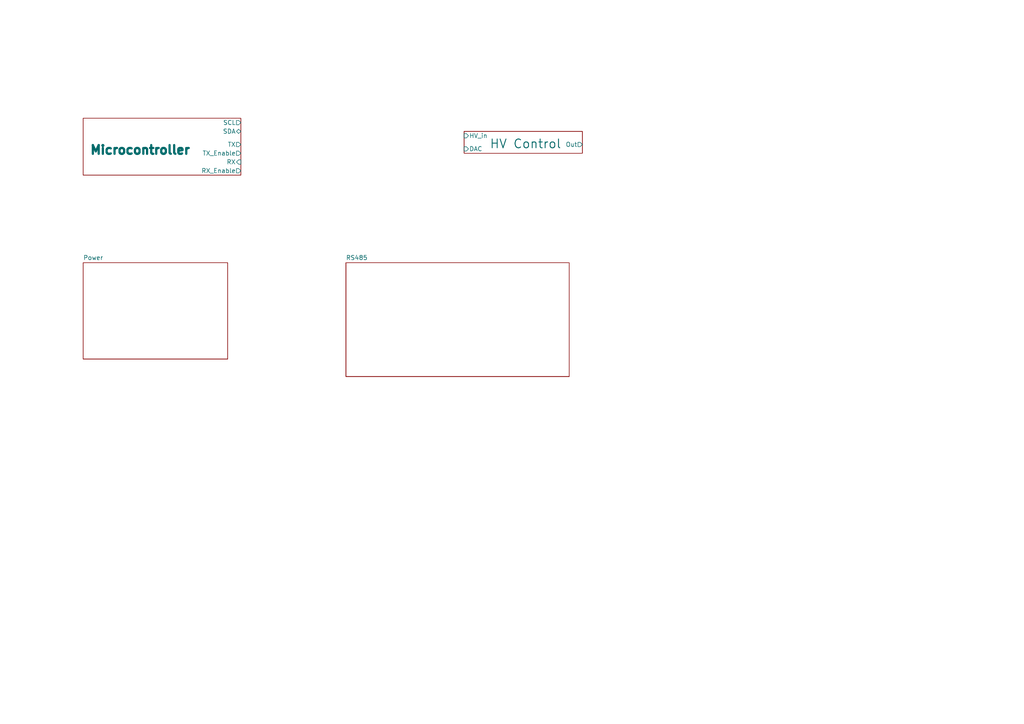
<source format=kicad_sch>
(kicad_sch (version 20250114) (generator "eeschema") (generator_version "9.0")
  (paper "A4")
  (title_block (title "STM32 HV Control via RS485") (date "2026-01-08") (rev "0") (company "TU Darmstadt"))
  (lib_symbols)
  (sheet (at 134.62 38.1) (size 34.29 6.35) (stroke (width 0.1524))
    (property "Sheetname" "HV Control" (at 141.986 43.18 0) (effects (font (size 2.54 2.54) (thickness 0.254) (bold yes)) (justify left bottom)))
    (property "Sheetfile" "1_ch_ltc6090.kicad_sch" (effects (hide yes)))
    (pin "DAC" input (at 134.62 43.18 180))
    (pin "HV_in" input (at 134.62 39.37 180))
    (pin "Out" output (at 168.91 41.91 0))
  )
  (sheet (at 24.13 34.29) (size 45.72 16.51) (stroke (width 0.1524))
    (property "Sheetname" "Microcontroller" (at 25.908 44.958 0) (effects (font (size 2.54 2.54) (thickness 0.762) (bold yes)) (justify left bottom)))
    (property "Sheetfile" "STM32L476RET6.kicad_sch" (effects (hide yes)))
    (pin "RX" input (at 69.85 46.99 0))
    (pin "RX_Enable" output (at 69.85 49.53 0))
    (pin "SCL" output (at 69.85 35.56 0))
    (pin "SDA" bidirectional (at 69.85 38.1 0))
    (pin "TX" output (at 69.85 41.91 0))
    (pin "TX_Enable" output (at 69.85 44.45 0))
  )
  (sheet (at 24.13 76.2) (size 41.91 27.94) (stroke (width 0.1524))
    (property "Sheetname" "Power" (at 24.13 75.4884 0) (effects (justify left bottom)))
    (property "Sheetfile" "Power.kicad_sch" (effects (hide yes)))
  )
  (sheet (at 100.33 76.2) (size 64.77 33.02) (stroke (width 0.1524))
    (property "Sheetname" "RS485" (at 100.33 75.4884 0) (effects (justify left bottom)))
    (property "Sheetfile" "rs485.kicad_sch" (effects (hide yes)))
  )
)
</source>
